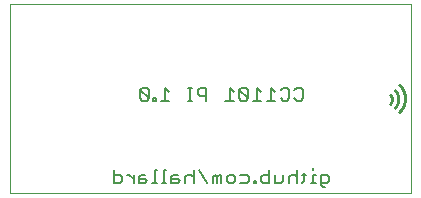
<source format=gbo>
G75*
%MOIN*%
%OFA0B0*%
%FSLAX25Y25*%
%IPPOS*%
%LPD*%
%AMOC8*
5,1,8,0,0,1.08239X$1,22.5*
%
%ADD10C,0.00000*%
%ADD11C,0.00800*%
%ADD12C,0.01000*%
D10*
X0004900Y0004900D02*
X0004900Y0067900D01*
X0138687Y0067900D01*
X0138687Y0004900D01*
X0004900Y0004900D01*
D11*
X0039470Y0008300D02*
X0041572Y0008300D01*
X0042273Y0009001D01*
X0042273Y0010402D01*
X0041572Y0011102D01*
X0039470Y0011102D01*
X0039470Y0012504D02*
X0039470Y0008300D01*
X0044007Y0011102D02*
X0044708Y0011102D01*
X0046109Y0009701D01*
X0047911Y0009701D02*
X0050013Y0009701D01*
X0050713Y0009001D01*
X0050013Y0008300D01*
X0047911Y0008300D01*
X0047911Y0010402D01*
X0048611Y0011102D01*
X0050013Y0011102D01*
X0053082Y0012504D02*
X0053082Y0008300D01*
X0053782Y0008300D02*
X0052381Y0008300D01*
X0055451Y0008300D02*
X0056852Y0008300D01*
X0056151Y0008300D02*
X0056151Y0012504D01*
X0056852Y0012504D01*
X0058653Y0010402D02*
X0059354Y0011102D01*
X0060755Y0011102D01*
X0058653Y0010402D02*
X0058653Y0008300D01*
X0060755Y0008300D01*
X0061456Y0009001D01*
X0060755Y0009701D01*
X0058653Y0009701D01*
X0063257Y0010402D02*
X0063257Y0008300D01*
X0066060Y0008300D02*
X0066060Y0012504D01*
X0067861Y0012504D02*
X0070663Y0008300D01*
X0072465Y0008300D02*
X0072465Y0010402D01*
X0073166Y0011102D01*
X0073866Y0010402D01*
X0073866Y0008300D01*
X0075267Y0008300D02*
X0075267Y0011102D01*
X0074567Y0011102D01*
X0073866Y0010402D01*
X0077069Y0010402D02*
X0077069Y0009001D01*
X0077770Y0008300D01*
X0079171Y0008300D01*
X0079871Y0009001D01*
X0079871Y0010402D01*
X0079171Y0011102D01*
X0077770Y0011102D01*
X0077069Y0010402D01*
X0081673Y0011102D02*
X0083775Y0011102D01*
X0084475Y0010402D01*
X0084475Y0009001D01*
X0083775Y0008300D01*
X0081673Y0008300D01*
X0086077Y0008300D02*
X0086777Y0008300D01*
X0086777Y0009001D01*
X0086077Y0009001D01*
X0086077Y0008300D01*
X0088579Y0009001D02*
X0088579Y0010402D01*
X0089279Y0011102D01*
X0091381Y0011102D01*
X0091381Y0012504D02*
X0091381Y0008300D01*
X0089279Y0008300D01*
X0088579Y0009001D01*
X0093183Y0008300D02*
X0093183Y0011102D01*
X0095985Y0011102D02*
X0095985Y0009001D01*
X0095284Y0008300D01*
X0093183Y0008300D01*
X0097787Y0008300D02*
X0097787Y0010402D01*
X0098487Y0011102D01*
X0099888Y0011102D01*
X0100589Y0010402D01*
X0102257Y0011102D02*
X0103658Y0011102D01*
X0102958Y0011803D02*
X0102958Y0009001D01*
X0102257Y0008300D01*
X0100589Y0008300D02*
X0100589Y0012504D01*
X0106027Y0012504D02*
X0106027Y0013204D01*
X0106027Y0011102D02*
X0106027Y0008300D01*
X0106728Y0008300D02*
X0105326Y0008300D01*
X0108529Y0008300D02*
X0110631Y0008300D01*
X0111331Y0009001D01*
X0111331Y0010402D01*
X0110631Y0011102D01*
X0108529Y0011102D01*
X0108529Y0007599D01*
X0109230Y0006899D01*
X0109930Y0006899D01*
X0106728Y0011102D02*
X0106027Y0011102D01*
X0066060Y0010402D02*
X0065359Y0011102D01*
X0063958Y0011102D01*
X0063257Y0010402D01*
X0053782Y0012504D02*
X0053082Y0012504D01*
X0046109Y0011102D02*
X0046109Y0008300D01*
X0048995Y0035800D02*
X0050396Y0035800D01*
X0051097Y0036501D01*
X0048294Y0039303D01*
X0048294Y0036501D01*
X0048995Y0035800D01*
X0051097Y0036501D02*
X0051097Y0039303D01*
X0050396Y0040004D01*
X0048995Y0040004D01*
X0048294Y0039303D01*
X0052698Y0036501D02*
X0052698Y0035800D01*
X0053399Y0035800D01*
X0053399Y0036501D01*
X0052698Y0036501D01*
X0055200Y0035800D02*
X0058003Y0035800D01*
X0056601Y0035800D02*
X0056601Y0040004D01*
X0058003Y0038602D01*
X0064275Y0040004D02*
X0065676Y0040004D01*
X0064975Y0040004D02*
X0064975Y0035800D01*
X0064275Y0035800D02*
X0065676Y0035800D01*
X0067477Y0037902D02*
X0068178Y0037201D01*
X0070280Y0037201D01*
X0070280Y0035800D02*
X0070280Y0040004D01*
X0068178Y0040004D01*
X0067477Y0039303D01*
X0067477Y0037902D01*
X0076685Y0035800D02*
X0079488Y0035800D01*
X0078086Y0035800D02*
X0078086Y0040004D01*
X0079488Y0038602D01*
X0081289Y0039303D02*
X0084092Y0036501D01*
X0083391Y0035800D01*
X0081990Y0035800D01*
X0081289Y0036501D01*
X0081289Y0039303D01*
X0081990Y0040004D01*
X0083391Y0040004D01*
X0084092Y0039303D01*
X0084092Y0036501D01*
X0085893Y0035800D02*
X0088695Y0035800D01*
X0087294Y0035800D02*
X0087294Y0040004D01*
X0088695Y0038602D01*
X0091898Y0040004D02*
X0091898Y0035800D01*
X0093299Y0035800D02*
X0090497Y0035800D01*
X0095101Y0036501D02*
X0095802Y0035800D01*
X0097203Y0035800D01*
X0097903Y0036501D01*
X0097903Y0039303D01*
X0097203Y0040004D01*
X0095802Y0040004D01*
X0095101Y0039303D01*
X0093299Y0038602D02*
X0091898Y0040004D01*
X0099705Y0039303D02*
X0100405Y0040004D01*
X0101807Y0040004D01*
X0102507Y0039303D01*
X0102507Y0036501D01*
X0101807Y0035800D01*
X0100405Y0035800D01*
X0099705Y0036501D01*
D12*
X0131700Y0037750D02*
X0131755Y0037667D01*
X0131807Y0037582D01*
X0131856Y0037495D01*
X0131901Y0037406D01*
X0131943Y0037315D01*
X0131982Y0037224D01*
X0132017Y0037130D01*
X0132048Y0037036D01*
X0132076Y0036940D01*
X0132100Y0036843D01*
X0132121Y0036746D01*
X0132138Y0036647D01*
X0132151Y0036548D01*
X0132160Y0036449D01*
X0132166Y0036350D01*
X0132168Y0036250D01*
X0132166Y0036150D01*
X0132160Y0036051D01*
X0132151Y0035952D01*
X0132138Y0035853D01*
X0132121Y0035754D01*
X0132100Y0035657D01*
X0132076Y0035560D01*
X0132048Y0035464D01*
X0132017Y0035370D01*
X0131982Y0035276D01*
X0131943Y0035185D01*
X0131901Y0035094D01*
X0131856Y0035005D01*
X0131807Y0034918D01*
X0131755Y0034833D01*
X0131700Y0034750D01*
X0133150Y0033350D02*
X0133238Y0033448D01*
X0133322Y0033550D01*
X0133403Y0033653D01*
X0133482Y0033759D01*
X0133557Y0033867D01*
X0133629Y0033978D01*
X0133697Y0034090D01*
X0133762Y0034204D01*
X0133824Y0034321D01*
X0133883Y0034439D01*
X0133937Y0034558D01*
X0133989Y0034680D01*
X0134036Y0034803D01*
X0134080Y0034927D01*
X0134120Y0035052D01*
X0134157Y0035179D01*
X0134190Y0035306D01*
X0134219Y0035435D01*
X0134244Y0035564D01*
X0134265Y0035694D01*
X0134283Y0035824D01*
X0134296Y0035955D01*
X0134306Y0036087D01*
X0134312Y0036218D01*
X0134314Y0036350D01*
X0134312Y0036482D01*
X0134306Y0036613D01*
X0134296Y0036745D01*
X0134283Y0036876D01*
X0134265Y0037006D01*
X0134244Y0037136D01*
X0134219Y0037265D01*
X0134190Y0037394D01*
X0134157Y0037521D01*
X0134120Y0037648D01*
X0134080Y0037773D01*
X0134036Y0037897D01*
X0133989Y0038020D01*
X0133937Y0038142D01*
X0133883Y0038261D01*
X0133824Y0038379D01*
X0133762Y0038496D01*
X0133697Y0038610D01*
X0133629Y0038722D01*
X0133557Y0038833D01*
X0133482Y0038941D01*
X0133403Y0039047D01*
X0133322Y0039150D01*
X0133238Y0039252D01*
X0133150Y0039350D01*
X0134700Y0041050D02*
X0134811Y0040936D01*
X0134919Y0040820D01*
X0135024Y0040701D01*
X0135126Y0040580D01*
X0135225Y0040456D01*
X0135320Y0040329D01*
X0135413Y0040200D01*
X0135502Y0040069D01*
X0135589Y0039936D01*
X0135671Y0039800D01*
X0135751Y0039663D01*
X0135827Y0039524D01*
X0135899Y0039383D01*
X0135968Y0039240D01*
X0136033Y0039095D01*
X0136095Y0038949D01*
X0136153Y0038801D01*
X0136207Y0038652D01*
X0136257Y0038501D01*
X0136304Y0038350D01*
X0136347Y0038197D01*
X0136386Y0038043D01*
X0136422Y0037889D01*
X0136453Y0037733D01*
X0136481Y0037577D01*
X0136504Y0037420D01*
X0136524Y0037263D01*
X0136540Y0037105D01*
X0136552Y0036946D01*
X0136560Y0036788D01*
X0136564Y0036629D01*
X0136564Y0036471D01*
X0136560Y0036312D01*
X0136552Y0036154D01*
X0136540Y0035995D01*
X0136524Y0035837D01*
X0136504Y0035680D01*
X0136481Y0035523D01*
X0136453Y0035367D01*
X0136422Y0035211D01*
X0136386Y0035057D01*
X0136347Y0034903D01*
X0136304Y0034750D01*
X0136257Y0034599D01*
X0136207Y0034448D01*
X0136153Y0034299D01*
X0136095Y0034151D01*
X0136033Y0034005D01*
X0135968Y0033860D01*
X0135899Y0033717D01*
X0135827Y0033576D01*
X0135751Y0033437D01*
X0135671Y0033300D01*
X0135589Y0033164D01*
X0135502Y0033031D01*
X0135413Y0032900D01*
X0135320Y0032771D01*
X0135225Y0032644D01*
X0135126Y0032520D01*
X0135024Y0032399D01*
X0134919Y0032280D01*
X0134811Y0032164D01*
X0134700Y0032050D01*
M02*

</source>
